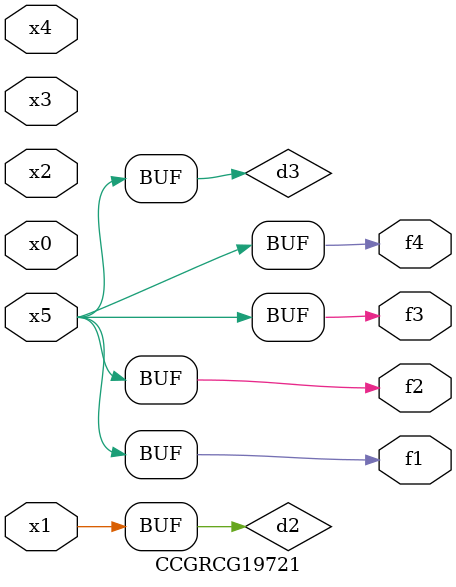
<source format=v>
module CCGRCG19721(
	input x0, x1, x2, x3, x4, x5,
	output f1, f2, f3, f4
);

	wire d1, d2, d3;

	not (d1, x5);
	or (d2, x1);
	xnor (d3, d1);
	assign f1 = d3;
	assign f2 = d3;
	assign f3 = d3;
	assign f4 = d3;
endmodule

</source>
